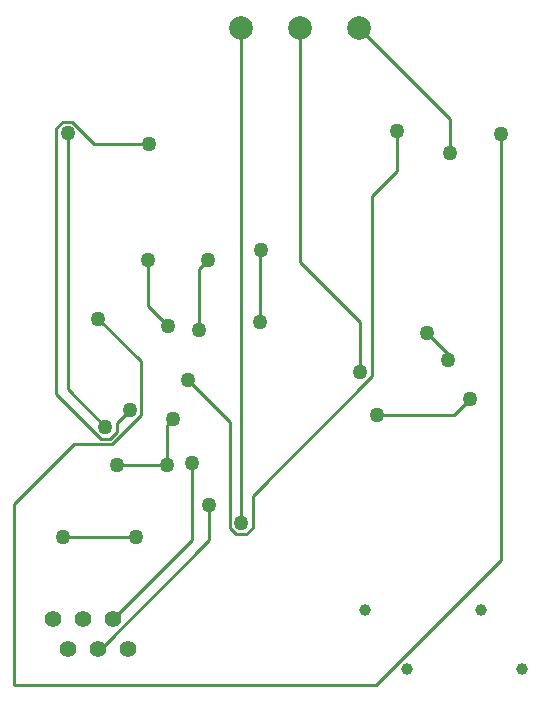
<source format=gbl>
%FSLAX44Y44*%
%MOMM*%
G71*
G01*
G75*
G04 Layer_Physical_Order=2*
G04 Layer_Color=16711680*
%ADD10R,1.6800X1.5200*%
%ADD11R,0.9500X0.7000*%
%ADD12R,0.8000X1.6000*%
%ADD13R,1.2500X2.0000*%
%ADD14R,1.6000X0.8000*%
%ADD15R,5.5000X2.0000*%
%ADD16R,5.6000X5.6000*%
%ADD17R,2.0000X1.2000*%
%ADD18R,0.3000X1.5000*%
%ADD19R,1.5000X0.3000*%
%ADD20R,1.1000X1.2500*%
%ADD21R,2.0000X1.2500*%
%ADD22C,0.2540*%
%ADD23C,0.2900*%
%ADD24C,2.0000*%
%ADD25C,1.5000*%
%ADD26R,1.5000X1.5000*%
%ADD27C,1.4000*%
%ADD28C,1.2700*%
%ADD29C,1.0000*%
D22*
X101000Y246000D02*
X143000D01*
Y280000D02*
X148000Y285000D01*
X143000Y246000D02*
Y280000D01*
X164000Y182200D02*
Y248000D01*
X97800Y116000D02*
X164000Y182200D01*
X179000Y182676D02*
Y212000D01*
X86924Y90600D02*
X179000Y182676D01*
X85100Y90600D02*
X86924D01*
X426000Y166000D02*
Y526000D01*
X85000Y370000D02*
X121000Y334000D01*
Y297605D02*
Y334000D01*
Y297605D02*
X121620Y296985D01*
Y288595D02*
Y296985D01*
X96865Y263840D02*
X121620Y288595D01*
X64840Y263840D02*
X96865D01*
X14000Y213000D02*
X64840Y263840D01*
X14000Y60000D02*
Y213000D01*
Y60000D02*
X320000D01*
X426000Y166000D01*
X55000Y185000D02*
X117000D01*
X386000Y288000D02*
X400000Y302000D01*
X321000Y288000D02*
X386000D01*
X381000Y335000D02*
Y340000D01*
X363000Y358000D02*
X381000Y340000D01*
X222000Y427000D02*
X223000Y428000D01*
X222000Y367000D02*
Y427000D01*
X170000Y412000D02*
X178000Y420000D01*
X170000Y360000D02*
Y412000D01*
X127000Y381000D02*
X144000Y364000D01*
X127000Y381000D02*
Y420000D01*
X161000Y318000D02*
X196380Y282620D01*
Y193015D02*
Y282620D01*
Y193015D02*
X202015Y187380D01*
X209985D01*
X215620Y193015D01*
Y220015D01*
X316620Y321015D01*
Y473620D01*
X338000Y495000D01*
Y529000D01*
X100620Y281620D02*
X112000Y293000D01*
X100620Y274015D02*
Y281620D01*
X94985Y268380D02*
X100620Y274015D01*
X87015Y268380D02*
X94985D01*
X49380Y306015D02*
X87015Y268380D01*
X49380Y306015D02*
Y530985D01*
X55015Y536620D01*
X62985D01*
X81605Y518000D01*
X128000D01*
Y519000D01*
X59000Y310000D02*
X91000Y278000D01*
X59000Y310000D02*
Y527000D01*
X383000Y510000D02*
Y539000D01*
X306000Y616000D02*
X383000Y539000D01*
X307000Y325000D02*
Y367000D01*
X256000Y418000D02*
X307000Y367000D01*
X256000Y418000D02*
Y616000D01*
X206000Y197000D02*
Y616000D01*
D24*
D03*
X306000D02*
D03*
X256000D02*
D03*
D27*
X97800Y116000D02*
D03*
X85100Y90600D02*
D03*
X72400Y116000D02*
D03*
X110500Y90600D02*
D03*
X59700D02*
D03*
X47000Y116000D02*
D03*
D28*
X101000Y246000D02*
D03*
X148000Y285000D02*
D03*
X143000Y246000D02*
D03*
X164000Y248000D02*
D03*
X179000Y212000D02*
D03*
X117000Y185000D02*
D03*
X55000D02*
D03*
X400000Y302000D02*
D03*
X321000Y288000D02*
D03*
X381000Y335000D02*
D03*
X363000Y358000D02*
D03*
X223000Y428000D02*
D03*
X222000Y367000D02*
D03*
X178000Y420000D02*
D03*
X127000D02*
D03*
X144000Y364000D02*
D03*
X170000Y360000D02*
D03*
X426000Y526000D02*
D03*
X338000Y529000D02*
D03*
X85000Y370000D02*
D03*
X91000Y278000D02*
D03*
X161000Y318000D02*
D03*
X112000Y293000D02*
D03*
X59000Y527000D02*
D03*
X128000Y518000D02*
D03*
X383000Y510000D02*
D03*
X307000Y325000D02*
D03*
X206000Y197000D02*
D03*
D29*
X311000Y123000D02*
D03*
X346000Y73000D02*
D03*
X409000Y123000D02*
D03*
X444000Y73000D02*
D03*
M02*

</source>
